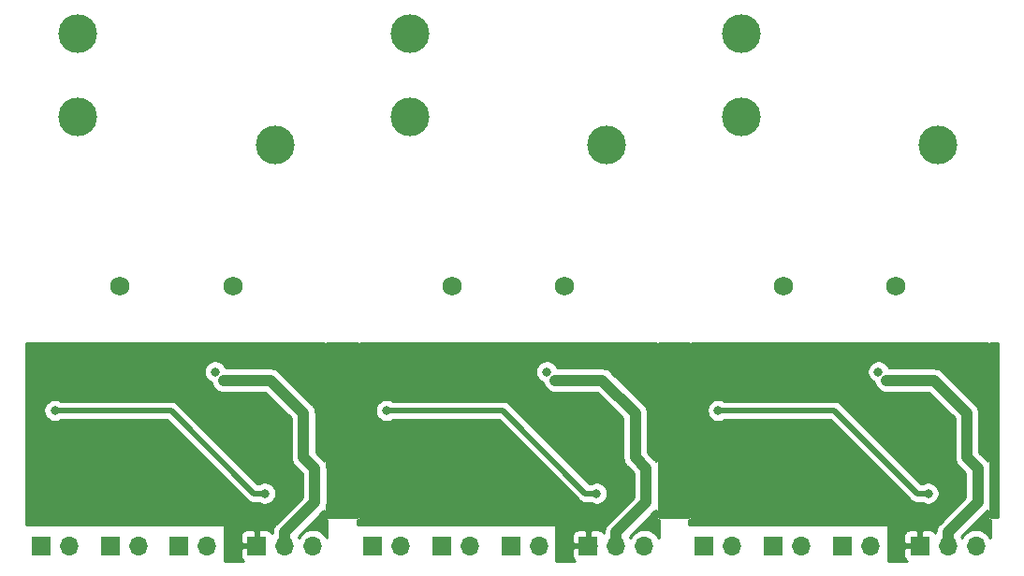
<source format=gbl>
G04 #@! TF.GenerationSoftware,KiCad,Pcbnew,(5.1.4)-1*
G04 #@! TF.CreationDate,2021-09-06T11:03:46-04:00*
G04 #@! TF.ProjectId,relay_array,72656c61-795f-4617-9272-61792e6b6963,rev?*
G04 #@! TF.SameCoordinates,Original*
G04 #@! TF.FileFunction,Copper,L2,Bot*
G04 #@! TF.FilePolarity,Positive*
%FSLAX46Y46*%
G04 Gerber Fmt 4.6, Leading zero omitted, Abs format (unit mm)*
G04 Created by KiCad (PCBNEW (5.1.4)-1) date 2021-09-06 11:03:46*
%MOMM*%
%LPD*%
G04 APERTURE LIST*
%ADD10C,1.750000*%
%ADD11C,3.500000*%
%ADD12O,1.700000X1.700000*%
%ADD13R,1.700000X1.700000*%
%ADD14C,0.800000*%
%ADD15C,0.500000*%
%ADD16C,1.000000*%
%ADD17C,0.250000*%
%ADD18C,0.254000*%
G04 APERTURE END LIST*
D10*
X211350000Y-112500000D03*
D11*
X215150000Y-99700000D03*
D10*
X201150000Y-112500000D03*
D11*
X197350000Y-97200000D03*
X197350000Y-89600000D03*
D10*
X181350000Y-112500000D03*
D11*
X185150000Y-99700000D03*
D10*
X171150000Y-112500000D03*
D11*
X167350000Y-97200000D03*
X167350000Y-89600000D03*
D12*
X218580000Y-136000000D03*
X216040000Y-136000000D03*
D13*
X213500000Y-136000000D03*
D12*
X209040000Y-136000000D03*
D13*
X206500000Y-136000000D03*
D12*
X202790000Y-136000000D03*
D13*
X200250000Y-136000000D03*
D12*
X196540000Y-136000000D03*
D13*
X194000000Y-136000000D03*
D12*
X188580000Y-136000000D03*
X186040000Y-136000000D03*
D13*
X183500000Y-136000000D03*
D12*
X179040000Y-136000000D03*
D13*
X176500000Y-136000000D03*
D12*
X172790000Y-136000000D03*
D13*
X170250000Y-136000000D03*
D12*
X166540000Y-136000000D03*
D13*
X164000000Y-136000000D03*
D12*
X158580000Y-136000000D03*
X156040000Y-136000000D03*
D13*
X153500000Y-136000000D03*
D12*
X149040000Y-136000000D03*
D13*
X146500000Y-136000000D03*
D12*
X142790000Y-136000000D03*
D13*
X140250000Y-136000000D03*
D12*
X136540000Y-136000000D03*
D13*
X134000000Y-136000000D03*
D10*
X151350000Y-112500000D03*
D11*
X155150000Y-99700000D03*
D10*
X141150000Y-112500000D03*
D11*
X137350000Y-97200000D03*
X137350000Y-89600000D03*
D14*
X150500000Y-124000000D03*
X154250000Y-129750000D03*
X156000000Y-132000000D03*
X157250000Y-131750000D03*
X153165000Y-123140000D03*
X144500000Y-122000000D03*
X152000000Y-125500000D03*
X149000000Y-122250000D03*
X137500000Y-122000000D03*
X143500000Y-122000000D03*
X138500000Y-122000000D03*
X138500000Y-125250000D03*
X144250000Y-125250000D03*
X159250000Y-126500000D03*
X156250000Y-126250000D03*
X159000000Y-118750000D03*
X152750000Y-118500000D03*
X154500000Y-119250000D03*
X151500000Y-119250000D03*
X147500000Y-118250000D03*
X146000000Y-119250000D03*
X157750000Y-118000000D03*
X149500000Y-129500000D03*
X149750000Y-133500000D03*
X142000000Y-119000000D03*
X138000000Y-119000000D03*
X133750000Y-119000000D03*
X180500000Y-124000000D03*
X184250000Y-129750000D03*
X186000000Y-132000000D03*
X187250000Y-131750000D03*
X183165000Y-123140000D03*
X174500000Y-122000000D03*
X182000000Y-125500000D03*
X179000000Y-122250000D03*
X167500000Y-122000000D03*
X173500000Y-122000000D03*
X168750000Y-122000000D03*
X168500000Y-125250000D03*
X174250000Y-125250000D03*
X189250000Y-126500000D03*
X186250000Y-126250000D03*
X189000000Y-118750000D03*
X182750000Y-118500000D03*
X184500000Y-119250000D03*
X181500000Y-119250000D03*
X177500000Y-118250000D03*
X176000000Y-119250000D03*
X187750000Y-118000000D03*
X179500000Y-129500000D03*
X179750000Y-133500000D03*
X172000000Y-119000000D03*
X168000000Y-119000000D03*
X163750000Y-119000000D03*
X210500000Y-124000000D03*
X214250000Y-129750000D03*
X216000000Y-132000000D03*
X217250000Y-131750000D03*
X213165000Y-123140000D03*
X204500000Y-122000000D03*
X212000000Y-125500000D03*
X209000000Y-122250000D03*
X197500000Y-122000000D03*
X203500000Y-122000000D03*
X198750000Y-122000000D03*
X198500000Y-125250000D03*
X204250000Y-125250000D03*
X219250000Y-126500000D03*
X216250000Y-126250000D03*
X219000000Y-118750000D03*
X212750000Y-118500000D03*
X214500000Y-119250000D03*
X211500000Y-119250000D03*
X207500000Y-118250000D03*
X206000000Y-119250000D03*
X217750000Y-118000000D03*
X209500000Y-129500000D03*
X209750000Y-133500000D03*
X202000000Y-119000000D03*
X198000000Y-119000000D03*
X193750000Y-119000000D03*
X154250000Y-131250000D03*
X135250000Y-123750000D03*
X150500000Y-121012500D03*
X149750000Y-120250000D03*
X180500000Y-121012500D03*
X179750000Y-120250000D03*
X210500000Y-121012500D03*
X209750000Y-120250000D03*
X184250000Y-131250000D03*
X165250000Y-123750000D03*
X214250000Y-131250000D03*
X195250000Y-123750000D03*
D15*
X153500000Y-136000000D02*
X154115998Y-136000000D01*
X183500000Y-136000000D02*
X184115998Y-136000000D01*
X213500000Y-136000000D02*
X214115998Y-136000000D01*
X145750000Y-123750000D02*
X135250000Y-123750000D01*
X154250000Y-131250000D02*
X153250000Y-131250000D01*
X153250000Y-131250000D02*
X145750000Y-123750000D01*
D16*
X156040000Y-134797919D02*
X158750000Y-132087919D01*
X156040000Y-136000000D02*
X156040000Y-134797919D01*
X158750000Y-132087919D02*
X158750000Y-129000000D01*
X158750000Y-129000000D02*
X157750000Y-128000000D01*
X157750000Y-128000000D02*
X157750000Y-124000000D01*
X157750000Y-124000000D02*
X154762500Y-121012500D01*
X154762500Y-121012500D02*
X150500000Y-121012500D01*
X186040000Y-134797919D02*
X188750000Y-132087919D01*
X186040000Y-136000000D02*
X186040000Y-134797919D01*
X188750000Y-132087919D02*
X188750000Y-129000000D01*
X188750000Y-129000000D02*
X187750000Y-128000000D01*
X187750000Y-128000000D02*
X187750000Y-124000000D01*
X187750000Y-124000000D02*
X184762500Y-121012500D01*
X184762500Y-121012500D02*
X180500000Y-121012500D01*
X216040000Y-134797919D02*
X218750000Y-132087919D01*
X216040000Y-136000000D02*
X216040000Y-134797919D01*
X218750000Y-132087919D02*
X218750000Y-129000000D01*
X218750000Y-129000000D02*
X217750000Y-128000000D01*
X217750000Y-128000000D02*
X217750000Y-124000000D01*
X217750000Y-124000000D02*
X214762500Y-121012500D01*
X214762500Y-121012500D02*
X210500000Y-121012500D01*
D15*
X175750000Y-123750000D02*
X165250000Y-123750000D01*
X184250000Y-131250000D02*
X183250000Y-131250000D01*
X183250000Y-131250000D02*
X175750000Y-123750000D01*
X205750000Y-123750000D02*
X195250000Y-123750000D01*
X214250000Y-131250000D02*
X213250000Y-131250000D01*
X213250000Y-131250000D02*
X205750000Y-123750000D01*
D17*
G36*
X159625000Y-128292843D02*
G01*
X159584572Y-128243582D01*
X159549344Y-128200656D01*
X159506416Y-128165426D01*
X158875000Y-127534011D01*
X158875000Y-124055261D01*
X158880443Y-123999999D01*
X158865763Y-123850954D01*
X158858722Y-123779462D01*
X158794393Y-123567398D01*
X158689929Y-123371960D01*
X158549344Y-123200656D01*
X158506416Y-123165426D01*
X155597078Y-120256089D01*
X155561844Y-120213156D01*
X155390540Y-120072571D01*
X155195102Y-119968107D01*
X154983038Y-119903778D01*
X154817764Y-119887500D01*
X154817761Y-119887500D01*
X154762500Y-119882057D01*
X154707239Y-119887500D01*
X150709300Y-119887500D01*
X150658344Y-119764480D01*
X150546170Y-119596600D01*
X150403400Y-119453830D01*
X150235520Y-119341656D01*
X150048982Y-119264390D01*
X149850954Y-119225000D01*
X149649046Y-119225000D01*
X149451018Y-119264390D01*
X149264480Y-119341656D01*
X149096600Y-119453830D01*
X148953830Y-119596600D01*
X148841656Y-119764480D01*
X148764390Y-119951018D01*
X148725000Y-120149046D01*
X148725000Y-120350954D01*
X148764390Y-120548982D01*
X148841656Y-120735520D01*
X148953830Y-120903400D01*
X149096600Y-121046170D01*
X149264480Y-121158344D01*
X149389001Y-121209922D01*
X149391278Y-121233038D01*
X149455607Y-121445102D01*
X149560071Y-121640540D01*
X149700656Y-121811844D01*
X149871960Y-121952429D01*
X150067398Y-122056893D01*
X150279462Y-122121222D01*
X150444736Y-122137500D01*
X154296511Y-122137500D01*
X156625001Y-124465991D01*
X156625000Y-127944738D01*
X156619557Y-128000000D01*
X156625000Y-128055261D01*
X156625000Y-128055263D01*
X156641278Y-128220537D01*
X156705607Y-128432601D01*
X156810071Y-128628040D01*
X156950656Y-128799344D01*
X156993589Y-128834578D01*
X157625001Y-129465990D01*
X157625000Y-131621929D01*
X155283585Y-133963345D01*
X155240657Y-133998575D01*
X155205428Y-134041502D01*
X155100072Y-134169879D01*
X154995607Y-134365318D01*
X154969194Y-134452392D01*
X154931278Y-134577381D01*
X154921048Y-134681250D01*
X154909557Y-134797919D01*
X154915000Y-134853180D01*
X154915000Y-134881193D01*
X154872183Y-134801089D01*
X154794080Y-134705920D01*
X154698911Y-134627817D01*
X154590334Y-134569781D01*
X154472521Y-134534043D01*
X154350000Y-134521976D01*
X153781250Y-134525000D01*
X153625000Y-134681250D01*
X153625000Y-135875000D01*
X153645000Y-135875000D01*
X153645000Y-136125000D01*
X153625000Y-136125000D01*
X153625000Y-136145000D01*
X153375000Y-136145000D01*
X153375000Y-136125000D01*
X152181250Y-136125000D01*
X152025000Y-136281250D01*
X152021976Y-136850000D01*
X152034043Y-136972521D01*
X152069781Y-137090334D01*
X152127817Y-137198911D01*
X152205920Y-137294080D01*
X152301089Y-137372183D01*
X152306359Y-137375000D01*
X150625000Y-137375000D01*
X150625000Y-135150000D01*
X152021976Y-135150000D01*
X152025000Y-135718750D01*
X152181250Y-135875000D01*
X153375000Y-135875000D01*
X153375000Y-134681250D01*
X153218750Y-134525000D01*
X152650000Y-134521976D01*
X152527479Y-134534043D01*
X152409666Y-134569781D01*
X152301089Y-134627817D01*
X152205920Y-134705920D01*
X152127817Y-134801089D01*
X152069781Y-134909666D01*
X152034043Y-135027479D01*
X152021976Y-135150000D01*
X150625000Y-135150000D01*
X150625000Y-134250000D01*
X150622598Y-134225614D01*
X150615485Y-134202165D01*
X150603934Y-134180554D01*
X150588388Y-134161612D01*
X150569446Y-134146066D01*
X150547835Y-134134515D01*
X150524386Y-134127402D01*
X150500000Y-134125000D01*
X132625000Y-134125000D01*
X132625000Y-123649046D01*
X134225000Y-123649046D01*
X134225000Y-123850954D01*
X134264390Y-124048982D01*
X134341656Y-124235520D01*
X134453830Y-124403400D01*
X134596600Y-124546170D01*
X134764480Y-124658344D01*
X134951018Y-124735610D01*
X135149046Y-124775000D01*
X135350954Y-124775000D01*
X135548982Y-124735610D01*
X135735520Y-124658344D01*
X135785423Y-124625000D01*
X145387564Y-124625000D01*
X152600888Y-131838325D01*
X152628288Y-131871712D01*
X152761524Y-131981056D01*
X152913532Y-132062305D01*
X153078470Y-132112339D01*
X153250000Y-132129233D01*
X153292979Y-132125000D01*
X153714577Y-132125000D01*
X153764480Y-132158344D01*
X153951018Y-132235610D01*
X154149046Y-132275000D01*
X154350954Y-132275000D01*
X154548982Y-132235610D01*
X154735520Y-132158344D01*
X154903400Y-132046170D01*
X155046170Y-131903400D01*
X155158344Y-131735520D01*
X155235610Y-131548982D01*
X155275000Y-131350954D01*
X155275000Y-131149046D01*
X155235610Y-130951018D01*
X155158344Y-130764480D01*
X155046170Y-130596600D01*
X154903400Y-130453830D01*
X154735520Y-130341656D01*
X154548982Y-130264390D01*
X154350954Y-130225000D01*
X154149046Y-130225000D01*
X153951018Y-130264390D01*
X153764480Y-130341656D01*
X153714577Y-130375000D01*
X153612437Y-130375000D01*
X146399117Y-123161681D01*
X146371712Y-123128288D01*
X146238476Y-123018944D01*
X146086468Y-122937695D01*
X145921530Y-122887661D01*
X145792979Y-122875000D01*
X145750000Y-122870767D01*
X145707021Y-122875000D01*
X135785423Y-122875000D01*
X135735520Y-122841656D01*
X135548982Y-122764390D01*
X135350954Y-122725000D01*
X135149046Y-122725000D01*
X134951018Y-122764390D01*
X134764480Y-122841656D01*
X134596600Y-122953830D01*
X134453830Y-123096600D01*
X134341656Y-123264480D01*
X134264390Y-123451018D01*
X134225000Y-123649046D01*
X132625000Y-123649046D01*
X132625000Y-117625000D01*
X159625000Y-117625000D01*
X159625000Y-128292843D01*
X159625000Y-128292843D01*
G37*
X159625000Y-128292843D02*
X159584572Y-128243582D01*
X159549344Y-128200656D01*
X159506416Y-128165426D01*
X158875000Y-127534011D01*
X158875000Y-124055261D01*
X158880443Y-123999999D01*
X158865763Y-123850954D01*
X158858722Y-123779462D01*
X158794393Y-123567398D01*
X158689929Y-123371960D01*
X158549344Y-123200656D01*
X158506416Y-123165426D01*
X155597078Y-120256089D01*
X155561844Y-120213156D01*
X155390540Y-120072571D01*
X155195102Y-119968107D01*
X154983038Y-119903778D01*
X154817764Y-119887500D01*
X154817761Y-119887500D01*
X154762500Y-119882057D01*
X154707239Y-119887500D01*
X150709300Y-119887500D01*
X150658344Y-119764480D01*
X150546170Y-119596600D01*
X150403400Y-119453830D01*
X150235520Y-119341656D01*
X150048982Y-119264390D01*
X149850954Y-119225000D01*
X149649046Y-119225000D01*
X149451018Y-119264390D01*
X149264480Y-119341656D01*
X149096600Y-119453830D01*
X148953830Y-119596600D01*
X148841656Y-119764480D01*
X148764390Y-119951018D01*
X148725000Y-120149046D01*
X148725000Y-120350954D01*
X148764390Y-120548982D01*
X148841656Y-120735520D01*
X148953830Y-120903400D01*
X149096600Y-121046170D01*
X149264480Y-121158344D01*
X149389001Y-121209922D01*
X149391278Y-121233038D01*
X149455607Y-121445102D01*
X149560071Y-121640540D01*
X149700656Y-121811844D01*
X149871960Y-121952429D01*
X150067398Y-122056893D01*
X150279462Y-122121222D01*
X150444736Y-122137500D01*
X154296511Y-122137500D01*
X156625001Y-124465991D01*
X156625000Y-127944738D01*
X156619557Y-128000000D01*
X156625000Y-128055261D01*
X156625000Y-128055263D01*
X156641278Y-128220537D01*
X156705607Y-128432601D01*
X156810071Y-128628040D01*
X156950656Y-128799344D01*
X156993589Y-128834578D01*
X157625001Y-129465990D01*
X157625000Y-131621929D01*
X155283585Y-133963345D01*
X155240657Y-133998575D01*
X155205428Y-134041502D01*
X155100072Y-134169879D01*
X154995607Y-134365318D01*
X154969194Y-134452392D01*
X154931278Y-134577381D01*
X154921048Y-134681250D01*
X154909557Y-134797919D01*
X154915000Y-134853180D01*
X154915000Y-134881193D01*
X154872183Y-134801089D01*
X154794080Y-134705920D01*
X154698911Y-134627817D01*
X154590334Y-134569781D01*
X154472521Y-134534043D01*
X154350000Y-134521976D01*
X153781250Y-134525000D01*
X153625000Y-134681250D01*
X153625000Y-135875000D01*
X153645000Y-135875000D01*
X153645000Y-136125000D01*
X153625000Y-136125000D01*
X153625000Y-136145000D01*
X153375000Y-136145000D01*
X153375000Y-136125000D01*
X152181250Y-136125000D01*
X152025000Y-136281250D01*
X152021976Y-136850000D01*
X152034043Y-136972521D01*
X152069781Y-137090334D01*
X152127817Y-137198911D01*
X152205920Y-137294080D01*
X152301089Y-137372183D01*
X152306359Y-137375000D01*
X150625000Y-137375000D01*
X150625000Y-135150000D01*
X152021976Y-135150000D01*
X152025000Y-135718750D01*
X152181250Y-135875000D01*
X153375000Y-135875000D01*
X153375000Y-134681250D01*
X153218750Y-134525000D01*
X152650000Y-134521976D01*
X152527479Y-134534043D01*
X152409666Y-134569781D01*
X152301089Y-134627817D01*
X152205920Y-134705920D01*
X152127817Y-134801089D01*
X152069781Y-134909666D01*
X152034043Y-135027479D01*
X152021976Y-135150000D01*
X150625000Y-135150000D01*
X150625000Y-134250000D01*
X150622598Y-134225614D01*
X150615485Y-134202165D01*
X150603934Y-134180554D01*
X150588388Y-134161612D01*
X150569446Y-134146066D01*
X150547835Y-134134515D01*
X150524386Y-134127402D01*
X150500000Y-134125000D01*
X132625000Y-134125000D01*
X132625000Y-123649046D01*
X134225000Y-123649046D01*
X134225000Y-123850954D01*
X134264390Y-124048982D01*
X134341656Y-124235520D01*
X134453830Y-124403400D01*
X134596600Y-124546170D01*
X134764480Y-124658344D01*
X134951018Y-124735610D01*
X135149046Y-124775000D01*
X135350954Y-124775000D01*
X135548982Y-124735610D01*
X135735520Y-124658344D01*
X135785423Y-124625000D01*
X145387564Y-124625000D01*
X152600888Y-131838325D01*
X152628288Y-131871712D01*
X152761524Y-131981056D01*
X152913532Y-132062305D01*
X153078470Y-132112339D01*
X153250000Y-132129233D01*
X153292979Y-132125000D01*
X153714577Y-132125000D01*
X153764480Y-132158344D01*
X153951018Y-132235610D01*
X154149046Y-132275000D01*
X154350954Y-132275000D01*
X154548982Y-132235610D01*
X154735520Y-132158344D01*
X154903400Y-132046170D01*
X155046170Y-131903400D01*
X155158344Y-131735520D01*
X155235610Y-131548982D01*
X155275000Y-131350954D01*
X155275000Y-131149046D01*
X155235610Y-130951018D01*
X155158344Y-130764480D01*
X155046170Y-130596600D01*
X154903400Y-130453830D01*
X154735520Y-130341656D01*
X154548982Y-130264390D01*
X154350954Y-130225000D01*
X154149046Y-130225000D01*
X153951018Y-130264390D01*
X153764480Y-130341656D01*
X153714577Y-130375000D01*
X153612437Y-130375000D01*
X146399117Y-123161681D01*
X146371712Y-123128288D01*
X146238476Y-123018944D01*
X146086468Y-122937695D01*
X145921530Y-122887661D01*
X145792979Y-122875000D01*
X145750000Y-122870767D01*
X145707021Y-122875000D01*
X135785423Y-122875000D01*
X135735520Y-122841656D01*
X135548982Y-122764390D01*
X135350954Y-122725000D01*
X135149046Y-122725000D01*
X134951018Y-122764390D01*
X134764480Y-122841656D01*
X134596600Y-122953830D01*
X134453830Y-123096600D01*
X134341656Y-123264480D01*
X134264390Y-123451018D01*
X134225000Y-123649046D01*
X132625000Y-123649046D01*
X132625000Y-117625000D01*
X159625000Y-117625000D01*
X159625000Y-128292843D01*
G36*
X159625000Y-133500000D02*
G01*
X159627402Y-133524386D01*
X159634515Y-133547835D01*
X159646066Y-133569446D01*
X159661612Y-133588388D01*
X159680554Y-133603934D01*
X159702165Y-133615485D01*
X159725614Y-133622598D01*
X159750000Y-133625000D01*
X159875000Y-133625000D01*
X159875000Y-135293777D01*
X159812351Y-135176569D01*
X159628028Y-134951972D01*
X159403431Y-134767649D01*
X159147189Y-134630685D01*
X158869150Y-134546343D01*
X158652452Y-134525000D01*
X158507548Y-134525000D01*
X158290850Y-134546343D01*
X158012811Y-134630685D01*
X157756569Y-134767649D01*
X157531972Y-134951972D01*
X157347649Y-135176569D01*
X157310000Y-135247005D01*
X157272351Y-135176569D01*
X157263331Y-135165578D01*
X159506416Y-132922493D01*
X159549344Y-132887263D01*
X159625000Y-132795076D01*
X159625000Y-133500000D01*
X159625000Y-133500000D01*
G37*
X159625000Y-133500000D02*
X159627402Y-133524386D01*
X159634515Y-133547835D01*
X159646066Y-133569446D01*
X159661612Y-133588388D01*
X159680554Y-133603934D01*
X159702165Y-133615485D01*
X159725614Y-133622598D01*
X159750000Y-133625000D01*
X159875000Y-133625000D01*
X159875000Y-135293777D01*
X159812351Y-135176569D01*
X159628028Y-134951972D01*
X159403431Y-134767649D01*
X159147189Y-134630685D01*
X158869150Y-134546343D01*
X158652452Y-134525000D01*
X158507548Y-134525000D01*
X158290850Y-134546343D01*
X158012811Y-134630685D01*
X157756569Y-134767649D01*
X157531972Y-134951972D01*
X157347649Y-135176569D01*
X157310000Y-135247005D01*
X157272351Y-135176569D01*
X157263331Y-135165578D01*
X159506416Y-132922493D01*
X159549344Y-132887263D01*
X159625000Y-132795076D01*
X159625000Y-133500000D01*
G36*
X189625000Y-128292843D02*
G01*
X189584572Y-128243582D01*
X189549344Y-128200656D01*
X189506416Y-128165426D01*
X188875000Y-127534011D01*
X188875000Y-124055261D01*
X188880443Y-123999999D01*
X188865763Y-123850954D01*
X188858722Y-123779462D01*
X188794393Y-123567398D01*
X188689929Y-123371960D01*
X188549344Y-123200656D01*
X188506416Y-123165426D01*
X185597078Y-120256089D01*
X185561844Y-120213156D01*
X185390540Y-120072571D01*
X185195102Y-119968107D01*
X184983038Y-119903778D01*
X184817764Y-119887500D01*
X184817761Y-119887500D01*
X184762500Y-119882057D01*
X184707239Y-119887500D01*
X180709300Y-119887500D01*
X180658344Y-119764480D01*
X180546170Y-119596600D01*
X180403400Y-119453830D01*
X180235520Y-119341656D01*
X180048982Y-119264390D01*
X179850954Y-119225000D01*
X179649046Y-119225000D01*
X179451018Y-119264390D01*
X179264480Y-119341656D01*
X179096600Y-119453830D01*
X178953830Y-119596600D01*
X178841656Y-119764480D01*
X178764390Y-119951018D01*
X178725000Y-120149046D01*
X178725000Y-120350954D01*
X178764390Y-120548982D01*
X178841656Y-120735520D01*
X178953830Y-120903400D01*
X179096600Y-121046170D01*
X179264480Y-121158344D01*
X179389001Y-121209922D01*
X179391278Y-121233038D01*
X179455607Y-121445102D01*
X179560071Y-121640540D01*
X179700656Y-121811844D01*
X179871960Y-121952429D01*
X180067398Y-122056893D01*
X180279462Y-122121222D01*
X180444736Y-122137500D01*
X184296511Y-122137500D01*
X186625001Y-124465991D01*
X186625000Y-127944738D01*
X186619557Y-128000000D01*
X186625000Y-128055261D01*
X186625000Y-128055263D01*
X186641278Y-128220537D01*
X186705607Y-128432601D01*
X186810071Y-128628040D01*
X186950656Y-128799344D01*
X186993589Y-128834578D01*
X187625001Y-129465990D01*
X187625000Y-131621929D01*
X185283585Y-133963345D01*
X185240657Y-133998575D01*
X185205428Y-134041502D01*
X185100072Y-134169879D01*
X184995607Y-134365318D01*
X184969194Y-134452392D01*
X184931278Y-134577381D01*
X184921048Y-134681250D01*
X184909557Y-134797919D01*
X184915000Y-134853180D01*
X184915000Y-134881193D01*
X184872183Y-134801089D01*
X184794080Y-134705920D01*
X184698911Y-134627817D01*
X184590334Y-134569781D01*
X184472521Y-134534043D01*
X184350000Y-134521976D01*
X183781250Y-134525000D01*
X183625000Y-134681250D01*
X183625000Y-135875000D01*
X183645000Y-135875000D01*
X183645000Y-136125000D01*
X183625000Y-136125000D01*
X183625000Y-136145000D01*
X183375000Y-136145000D01*
X183375000Y-136125000D01*
X182181250Y-136125000D01*
X182025000Y-136281250D01*
X182021976Y-136850000D01*
X182034043Y-136972521D01*
X182069781Y-137090334D01*
X182127817Y-137198911D01*
X182205920Y-137294080D01*
X182301089Y-137372183D01*
X182306359Y-137375000D01*
X180625000Y-137375000D01*
X180625000Y-135150000D01*
X182021976Y-135150000D01*
X182025000Y-135718750D01*
X182181250Y-135875000D01*
X183375000Y-135875000D01*
X183375000Y-134681250D01*
X183218750Y-134525000D01*
X182650000Y-134521976D01*
X182527479Y-134534043D01*
X182409666Y-134569781D01*
X182301089Y-134627817D01*
X182205920Y-134705920D01*
X182127817Y-134801089D01*
X182069781Y-134909666D01*
X182034043Y-135027479D01*
X182021976Y-135150000D01*
X180625000Y-135150000D01*
X180625000Y-134250000D01*
X180622598Y-134225614D01*
X180615485Y-134202165D01*
X180603934Y-134180554D01*
X180588388Y-134161612D01*
X180569446Y-134146066D01*
X180547835Y-134134515D01*
X180524386Y-134127402D01*
X180500000Y-134125000D01*
X162625000Y-134125000D01*
X162625000Y-133625000D01*
X162750000Y-133625000D01*
X162774386Y-133622598D01*
X162797835Y-133615485D01*
X162819446Y-133603934D01*
X162838388Y-133588388D01*
X162853934Y-133569446D01*
X162865485Y-133547835D01*
X162872598Y-133524386D01*
X162875000Y-133500000D01*
X162875000Y-123649046D01*
X164225000Y-123649046D01*
X164225000Y-123850954D01*
X164264390Y-124048982D01*
X164341656Y-124235520D01*
X164453830Y-124403400D01*
X164596600Y-124546170D01*
X164764480Y-124658344D01*
X164951018Y-124735610D01*
X165149046Y-124775000D01*
X165350954Y-124775000D01*
X165548982Y-124735610D01*
X165735520Y-124658344D01*
X165785423Y-124625000D01*
X175387564Y-124625000D01*
X182600888Y-131838325D01*
X182628288Y-131871712D01*
X182761524Y-131981056D01*
X182913532Y-132062305D01*
X183078470Y-132112339D01*
X183250000Y-132129233D01*
X183292979Y-132125000D01*
X183714577Y-132125000D01*
X183764480Y-132158344D01*
X183951018Y-132235610D01*
X184149046Y-132275000D01*
X184350954Y-132275000D01*
X184548982Y-132235610D01*
X184735520Y-132158344D01*
X184903400Y-132046170D01*
X185046170Y-131903400D01*
X185158344Y-131735520D01*
X185235610Y-131548982D01*
X185275000Y-131350954D01*
X185275000Y-131149046D01*
X185235610Y-130951018D01*
X185158344Y-130764480D01*
X185046170Y-130596600D01*
X184903400Y-130453830D01*
X184735520Y-130341656D01*
X184548982Y-130264390D01*
X184350954Y-130225000D01*
X184149046Y-130225000D01*
X183951018Y-130264390D01*
X183764480Y-130341656D01*
X183714577Y-130375000D01*
X183612437Y-130375000D01*
X176399117Y-123161681D01*
X176371712Y-123128288D01*
X176238476Y-123018944D01*
X176086468Y-122937695D01*
X175921530Y-122887661D01*
X175792979Y-122875000D01*
X175750000Y-122870767D01*
X175707021Y-122875000D01*
X165785423Y-122875000D01*
X165735520Y-122841656D01*
X165548982Y-122764390D01*
X165350954Y-122725000D01*
X165149046Y-122725000D01*
X164951018Y-122764390D01*
X164764480Y-122841656D01*
X164596600Y-122953830D01*
X164453830Y-123096600D01*
X164341656Y-123264480D01*
X164264390Y-123451018D01*
X164225000Y-123649046D01*
X162875000Y-123649046D01*
X162875000Y-117625000D01*
X189625000Y-117625000D01*
X189625000Y-128292843D01*
X189625000Y-128292843D01*
G37*
X189625000Y-128292843D02*
X189584572Y-128243582D01*
X189549344Y-128200656D01*
X189506416Y-128165426D01*
X188875000Y-127534011D01*
X188875000Y-124055261D01*
X188880443Y-123999999D01*
X188865763Y-123850954D01*
X188858722Y-123779462D01*
X188794393Y-123567398D01*
X188689929Y-123371960D01*
X188549344Y-123200656D01*
X188506416Y-123165426D01*
X185597078Y-120256089D01*
X185561844Y-120213156D01*
X185390540Y-120072571D01*
X185195102Y-119968107D01*
X184983038Y-119903778D01*
X184817764Y-119887500D01*
X184817761Y-119887500D01*
X184762500Y-119882057D01*
X184707239Y-119887500D01*
X180709300Y-119887500D01*
X180658344Y-119764480D01*
X180546170Y-119596600D01*
X180403400Y-119453830D01*
X180235520Y-119341656D01*
X180048982Y-119264390D01*
X179850954Y-119225000D01*
X179649046Y-119225000D01*
X179451018Y-119264390D01*
X179264480Y-119341656D01*
X179096600Y-119453830D01*
X178953830Y-119596600D01*
X178841656Y-119764480D01*
X178764390Y-119951018D01*
X178725000Y-120149046D01*
X178725000Y-120350954D01*
X178764390Y-120548982D01*
X178841656Y-120735520D01*
X178953830Y-120903400D01*
X179096600Y-121046170D01*
X179264480Y-121158344D01*
X179389001Y-121209922D01*
X179391278Y-121233038D01*
X179455607Y-121445102D01*
X179560071Y-121640540D01*
X179700656Y-121811844D01*
X179871960Y-121952429D01*
X180067398Y-122056893D01*
X180279462Y-122121222D01*
X180444736Y-122137500D01*
X184296511Y-122137500D01*
X186625001Y-124465991D01*
X186625000Y-127944738D01*
X186619557Y-128000000D01*
X186625000Y-128055261D01*
X186625000Y-128055263D01*
X186641278Y-128220537D01*
X186705607Y-128432601D01*
X186810071Y-128628040D01*
X186950656Y-128799344D01*
X186993589Y-128834578D01*
X187625001Y-129465990D01*
X187625000Y-131621929D01*
X185283585Y-133963345D01*
X185240657Y-133998575D01*
X185205428Y-134041502D01*
X185100072Y-134169879D01*
X184995607Y-134365318D01*
X184969194Y-134452392D01*
X184931278Y-134577381D01*
X184921048Y-134681250D01*
X184909557Y-134797919D01*
X184915000Y-134853180D01*
X184915000Y-134881193D01*
X184872183Y-134801089D01*
X184794080Y-134705920D01*
X184698911Y-134627817D01*
X184590334Y-134569781D01*
X184472521Y-134534043D01*
X184350000Y-134521976D01*
X183781250Y-134525000D01*
X183625000Y-134681250D01*
X183625000Y-135875000D01*
X183645000Y-135875000D01*
X183645000Y-136125000D01*
X183625000Y-136125000D01*
X183625000Y-136145000D01*
X183375000Y-136145000D01*
X183375000Y-136125000D01*
X182181250Y-136125000D01*
X182025000Y-136281250D01*
X182021976Y-136850000D01*
X182034043Y-136972521D01*
X182069781Y-137090334D01*
X182127817Y-137198911D01*
X182205920Y-137294080D01*
X182301089Y-137372183D01*
X182306359Y-137375000D01*
X180625000Y-137375000D01*
X180625000Y-135150000D01*
X182021976Y-135150000D01*
X182025000Y-135718750D01*
X182181250Y-135875000D01*
X183375000Y-135875000D01*
X183375000Y-134681250D01*
X183218750Y-134525000D01*
X182650000Y-134521976D01*
X182527479Y-134534043D01*
X182409666Y-134569781D01*
X182301089Y-134627817D01*
X182205920Y-134705920D01*
X182127817Y-134801089D01*
X182069781Y-134909666D01*
X182034043Y-135027479D01*
X182021976Y-135150000D01*
X180625000Y-135150000D01*
X180625000Y-134250000D01*
X180622598Y-134225614D01*
X180615485Y-134202165D01*
X180603934Y-134180554D01*
X180588388Y-134161612D01*
X180569446Y-134146066D01*
X180547835Y-134134515D01*
X180524386Y-134127402D01*
X180500000Y-134125000D01*
X162625000Y-134125000D01*
X162625000Y-133625000D01*
X162750000Y-133625000D01*
X162774386Y-133622598D01*
X162797835Y-133615485D01*
X162819446Y-133603934D01*
X162838388Y-133588388D01*
X162853934Y-133569446D01*
X162865485Y-133547835D01*
X162872598Y-133524386D01*
X162875000Y-133500000D01*
X162875000Y-123649046D01*
X164225000Y-123649046D01*
X164225000Y-123850954D01*
X164264390Y-124048982D01*
X164341656Y-124235520D01*
X164453830Y-124403400D01*
X164596600Y-124546170D01*
X164764480Y-124658344D01*
X164951018Y-124735610D01*
X165149046Y-124775000D01*
X165350954Y-124775000D01*
X165548982Y-124735610D01*
X165735520Y-124658344D01*
X165785423Y-124625000D01*
X175387564Y-124625000D01*
X182600888Y-131838325D01*
X182628288Y-131871712D01*
X182761524Y-131981056D01*
X182913532Y-132062305D01*
X183078470Y-132112339D01*
X183250000Y-132129233D01*
X183292979Y-132125000D01*
X183714577Y-132125000D01*
X183764480Y-132158344D01*
X183951018Y-132235610D01*
X184149046Y-132275000D01*
X184350954Y-132275000D01*
X184548982Y-132235610D01*
X184735520Y-132158344D01*
X184903400Y-132046170D01*
X185046170Y-131903400D01*
X185158344Y-131735520D01*
X185235610Y-131548982D01*
X185275000Y-131350954D01*
X185275000Y-131149046D01*
X185235610Y-130951018D01*
X185158344Y-130764480D01*
X185046170Y-130596600D01*
X184903400Y-130453830D01*
X184735520Y-130341656D01*
X184548982Y-130264390D01*
X184350954Y-130225000D01*
X184149046Y-130225000D01*
X183951018Y-130264390D01*
X183764480Y-130341656D01*
X183714577Y-130375000D01*
X183612437Y-130375000D01*
X176399117Y-123161681D01*
X176371712Y-123128288D01*
X176238476Y-123018944D01*
X176086468Y-122937695D01*
X175921530Y-122887661D01*
X175792979Y-122875000D01*
X175750000Y-122870767D01*
X175707021Y-122875000D01*
X165785423Y-122875000D01*
X165735520Y-122841656D01*
X165548982Y-122764390D01*
X165350954Y-122725000D01*
X165149046Y-122725000D01*
X164951018Y-122764390D01*
X164764480Y-122841656D01*
X164596600Y-122953830D01*
X164453830Y-123096600D01*
X164341656Y-123264480D01*
X164264390Y-123451018D01*
X164225000Y-123649046D01*
X162875000Y-123649046D01*
X162875000Y-117625000D01*
X189625000Y-117625000D01*
X189625000Y-128292843D01*
G36*
X189625000Y-133500000D02*
G01*
X189627402Y-133524386D01*
X189634515Y-133547835D01*
X189646066Y-133569446D01*
X189661612Y-133588388D01*
X189680554Y-133603934D01*
X189702165Y-133615485D01*
X189725614Y-133622598D01*
X189750000Y-133625000D01*
X189875000Y-133625000D01*
X189875000Y-135293777D01*
X189812351Y-135176569D01*
X189628028Y-134951972D01*
X189403431Y-134767649D01*
X189147189Y-134630685D01*
X188869150Y-134546343D01*
X188652452Y-134525000D01*
X188507548Y-134525000D01*
X188290850Y-134546343D01*
X188012811Y-134630685D01*
X187756569Y-134767649D01*
X187531972Y-134951972D01*
X187347649Y-135176569D01*
X187310000Y-135247005D01*
X187272351Y-135176569D01*
X187263331Y-135165578D01*
X189506416Y-132922493D01*
X189549344Y-132887263D01*
X189625000Y-132795076D01*
X189625000Y-133500000D01*
X189625000Y-133500000D01*
G37*
X189625000Y-133500000D02*
X189627402Y-133524386D01*
X189634515Y-133547835D01*
X189646066Y-133569446D01*
X189661612Y-133588388D01*
X189680554Y-133603934D01*
X189702165Y-133615485D01*
X189725614Y-133622598D01*
X189750000Y-133625000D01*
X189875000Y-133625000D01*
X189875000Y-135293777D01*
X189812351Y-135176569D01*
X189628028Y-134951972D01*
X189403431Y-134767649D01*
X189147189Y-134630685D01*
X188869150Y-134546343D01*
X188652452Y-134525000D01*
X188507548Y-134525000D01*
X188290850Y-134546343D01*
X188012811Y-134630685D01*
X187756569Y-134767649D01*
X187531972Y-134951972D01*
X187347649Y-135176569D01*
X187310000Y-135247005D01*
X187272351Y-135176569D01*
X187263331Y-135165578D01*
X189506416Y-132922493D01*
X189549344Y-132887263D01*
X189625000Y-132795076D01*
X189625000Y-133500000D01*
D18*
G36*
X192623000Y-133373000D02*
G01*
X189877000Y-133373000D01*
X189877000Y-132224897D01*
X189885000Y-132143671D01*
X189885000Y-132143670D01*
X189890491Y-132087919D01*
X189885000Y-132032167D01*
X189885000Y-129055752D01*
X189890491Y-129000000D01*
X189877000Y-128863022D01*
X189877000Y-117627000D01*
X192623000Y-117627000D01*
X192623000Y-133373000D01*
X192623000Y-133373000D01*
G37*
X192623000Y-133373000D02*
X189877000Y-133373000D01*
X189877000Y-132224897D01*
X189885000Y-132143671D01*
X189885000Y-132143670D01*
X189890491Y-132087919D01*
X189885000Y-132032167D01*
X189885000Y-129055752D01*
X189890491Y-129000000D01*
X189877000Y-128863022D01*
X189877000Y-117627000D01*
X192623000Y-117627000D01*
X192623000Y-133373000D01*
D17*
G36*
X219625000Y-128292843D02*
G01*
X219584572Y-128243582D01*
X219549344Y-128200656D01*
X219506416Y-128165426D01*
X218875000Y-127534011D01*
X218875000Y-124055261D01*
X218880443Y-123999999D01*
X218865763Y-123850954D01*
X218858722Y-123779462D01*
X218794393Y-123567398D01*
X218689929Y-123371960D01*
X218549344Y-123200656D01*
X218506416Y-123165426D01*
X215597078Y-120256089D01*
X215561844Y-120213156D01*
X215390540Y-120072571D01*
X215195102Y-119968107D01*
X214983038Y-119903778D01*
X214817764Y-119887500D01*
X214817761Y-119887500D01*
X214762500Y-119882057D01*
X214707239Y-119887500D01*
X210709300Y-119887500D01*
X210658344Y-119764480D01*
X210546170Y-119596600D01*
X210403400Y-119453830D01*
X210235520Y-119341656D01*
X210048982Y-119264390D01*
X209850954Y-119225000D01*
X209649046Y-119225000D01*
X209451018Y-119264390D01*
X209264480Y-119341656D01*
X209096600Y-119453830D01*
X208953830Y-119596600D01*
X208841656Y-119764480D01*
X208764390Y-119951018D01*
X208725000Y-120149046D01*
X208725000Y-120350954D01*
X208764390Y-120548982D01*
X208841656Y-120735520D01*
X208953830Y-120903400D01*
X209096600Y-121046170D01*
X209264480Y-121158344D01*
X209389001Y-121209922D01*
X209391278Y-121233038D01*
X209455607Y-121445102D01*
X209560071Y-121640540D01*
X209700656Y-121811844D01*
X209871960Y-121952429D01*
X210067398Y-122056893D01*
X210279462Y-122121222D01*
X210444736Y-122137500D01*
X214296511Y-122137500D01*
X216625001Y-124465991D01*
X216625000Y-127944738D01*
X216619557Y-128000000D01*
X216625000Y-128055261D01*
X216625000Y-128055263D01*
X216641278Y-128220537D01*
X216705607Y-128432601D01*
X216810071Y-128628040D01*
X216950656Y-128799344D01*
X216993589Y-128834578D01*
X217625001Y-129465990D01*
X217625000Y-131621929D01*
X215283585Y-133963345D01*
X215240657Y-133998575D01*
X215205428Y-134041502D01*
X215100072Y-134169879D01*
X214995607Y-134365318D01*
X214969194Y-134452392D01*
X214931278Y-134577381D01*
X214921048Y-134681250D01*
X214909557Y-134797919D01*
X214915000Y-134853180D01*
X214915000Y-134881193D01*
X214872183Y-134801089D01*
X214794080Y-134705920D01*
X214698911Y-134627817D01*
X214590334Y-134569781D01*
X214472521Y-134534043D01*
X214350000Y-134521976D01*
X213781250Y-134525000D01*
X213625000Y-134681250D01*
X213625000Y-135875000D01*
X213645000Y-135875000D01*
X213645000Y-136125000D01*
X213625000Y-136125000D01*
X213625000Y-136145000D01*
X213375000Y-136145000D01*
X213375000Y-136125000D01*
X212181250Y-136125000D01*
X212025000Y-136281250D01*
X212021976Y-136850000D01*
X212034043Y-136972521D01*
X212069781Y-137090334D01*
X212127817Y-137198911D01*
X212205920Y-137294080D01*
X212301089Y-137372183D01*
X212306359Y-137375000D01*
X210625000Y-137375000D01*
X210625000Y-135150000D01*
X212021976Y-135150000D01*
X212025000Y-135718750D01*
X212181250Y-135875000D01*
X213375000Y-135875000D01*
X213375000Y-134681250D01*
X213218750Y-134525000D01*
X212650000Y-134521976D01*
X212527479Y-134534043D01*
X212409666Y-134569781D01*
X212301089Y-134627817D01*
X212205920Y-134705920D01*
X212127817Y-134801089D01*
X212069781Y-134909666D01*
X212034043Y-135027479D01*
X212021976Y-135150000D01*
X210625000Y-135150000D01*
X210625000Y-134250000D01*
X210622598Y-134225614D01*
X210615485Y-134202165D01*
X210603934Y-134180554D01*
X210588388Y-134161612D01*
X210569446Y-134146066D01*
X210547835Y-134134515D01*
X210524386Y-134127402D01*
X210500000Y-134125000D01*
X192625000Y-134125000D01*
X192625000Y-133625000D01*
X192750000Y-133625000D01*
X192774386Y-133622598D01*
X192797835Y-133615485D01*
X192819446Y-133603934D01*
X192838388Y-133588388D01*
X192853934Y-133569446D01*
X192865485Y-133547835D01*
X192872598Y-133524386D01*
X192875000Y-133500000D01*
X192875000Y-123649046D01*
X194225000Y-123649046D01*
X194225000Y-123850954D01*
X194264390Y-124048982D01*
X194341656Y-124235520D01*
X194453830Y-124403400D01*
X194596600Y-124546170D01*
X194764480Y-124658344D01*
X194951018Y-124735610D01*
X195149046Y-124775000D01*
X195350954Y-124775000D01*
X195548982Y-124735610D01*
X195735520Y-124658344D01*
X195785423Y-124625000D01*
X205387564Y-124625000D01*
X212600888Y-131838325D01*
X212628288Y-131871712D01*
X212761524Y-131981056D01*
X212913532Y-132062305D01*
X213078470Y-132112339D01*
X213250000Y-132129233D01*
X213292979Y-132125000D01*
X213714577Y-132125000D01*
X213764480Y-132158344D01*
X213951018Y-132235610D01*
X214149046Y-132275000D01*
X214350954Y-132275000D01*
X214548982Y-132235610D01*
X214735520Y-132158344D01*
X214903400Y-132046170D01*
X215046170Y-131903400D01*
X215158344Y-131735520D01*
X215235610Y-131548982D01*
X215275000Y-131350954D01*
X215275000Y-131149046D01*
X215235610Y-130951018D01*
X215158344Y-130764480D01*
X215046170Y-130596600D01*
X214903400Y-130453830D01*
X214735520Y-130341656D01*
X214548982Y-130264390D01*
X214350954Y-130225000D01*
X214149046Y-130225000D01*
X213951018Y-130264390D01*
X213764480Y-130341656D01*
X213714577Y-130375000D01*
X213612437Y-130375000D01*
X206399117Y-123161681D01*
X206371712Y-123128288D01*
X206238476Y-123018944D01*
X206086468Y-122937695D01*
X205921530Y-122887661D01*
X205792979Y-122875000D01*
X205750000Y-122870767D01*
X205707021Y-122875000D01*
X195785423Y-122875000D01*
X195735520Y-122841656D01*
X195548982Y-122764390D01*
X195350954Y-122725000D01*
X195149046Y-122725000D01*
X194951018Y-122764390D01*
X194764480Y-122841656D01*
X194596600Y-122953830D01*
X194453830Y-123096600D01*
X194341656Y-123264480D01*
X194264390Y-123451018D01*
X194225000Y-123649046D01*
X192875000Y-123649046D01*
X192875000Y-117625000D01*
X219625000Y-117625000D01*
X219625000Y-128292843D01*
X219625000Y-128292843D01*
G37*
X219625000Y-128292843D02*
X219584572Y-128243582D01*
X219549344Y-128200656D01*
X219506416Y-128165426D01*
X218875000Y-127534011D01*
X218875000Y-124055261D01*
X218880443Y-123999999D01*
X218865763Y-123850954D01*
X218858722Y-123779462D01*
X218794393Y-123567398D01*
X218689929Y-123371960D01*
X218549344Y-123200656D01*
X218506416Y-123165426D01*
X215597078Y-120256089D01*
X215561844Y-120213156D01*
X215390540Y-120072571D01*
X215195102Y-119968107D01*
X214983038Y-119903778D01*
X214817764Y-119887500D01*
X214817761Y-119887500D01*
X214762500Y-119882057D01*
X214707239Y-119887500D01*
X210709300Y-119887500D01*
X210658344Y-119764480D01*
X210546170Y-119596600D01*
X210403400Y-119453830D01*
X210235520Y-119341656D01*
X210048982Y-119264390D01*
X209850954Y-119225000D01*
X209649046Y-119225000D01*
X209451018Y-119264390D01*
X209264480Y-119341656D01*
X209096600Y-119453830D01*
X208953830Y-119596600D01*
X208841656Y-119764480D01*
X208764390Y-119951018D01*
X208725000Y-120149046D01*
X208725000Y-120350954D01*
X208764390Y-120548982D01*
X208841656Y-120735520D01*
X208953830Y-120903400D01*
X209096600Y-121046170D01*
X209264480Y-121158344D01*
X209389001Y-121209922D01*
X209391278Y-121233038D01*
X209455607Y-121445102D01*
X209560071Y-121640540D01*
X209700656Y-121811844D01*
X209871960Y-121952429D01*
X210067398Y-122056893D01*
X210279462Y-122121222D01*
X210444736Y-122137500D01*
X214296511Y-122137500D01*
X216625001Y-124465991D01*
X216625000Y-127944738D01*
X216619557Y-128000000D01*
X216625000Y-128055261D01*
X216625000Y-128055263D01*
X216641278Y-128220537D01*
X216705607Y-128432601D01*
X216810071Y-128628040D01*
X216950656Y-128799344D01*
X216993589Y-128834578D01*
X217625001Y-129465990D01*
X217625000Y-131621929D01*
X215283585Y-133963345D01*
X215240657Y-133998575D01*
X215205428Y-134041502D01*
X215100072Y-134169879D01*
X214995607Y-134365318D01*
X214969194Y-134452392D01*
X214931278Y-134577381D01*
X214921048Y-134681250D01*
X214909557Y-134797919D01*
X214915000Y-134853180D01*
X214915000Y-134881193D01*
X214872183Y-134801089D01*
X214794080Y-134705920D01*
X214698911Y-134627817D01*
X214590334Y-134569781D01*
X214472521Y-134534043D01*
X214350000Y-134521976D01*
X213781250Y-134525000D01*
X213625000Y-134681250D01*
X213625000Y-135875000D01*
X213645000Y-135875000D01*
X213645000Y-136125000D01*
X213625000Y-136125000D01*
X213625000Y-136145000D01*
X213375000Y-136145000D01*
X213375000Y-136125000D01*
X212181250Y-136125000D01*
X212025000Y-136281250D01*
X212021976Y-136850000D01*
X212034043Y-136972521D01*
X212069781Y-137090334D01*
X212127817Y-137198911D01*
X212205920Y-137294080D01*
X212301089Y-137372183D01*
X212306359Y-137375000D01*
X210625000Y-137375000D01*
X210625000Y-135150000D01*
X212021976Y-135150000D01*
X212025000Y-135718750D01*
X212181250Y-135875000D01*
X213375000Y-135875000D01*
X213375000Y-134681250D01*
X213218750Y-134525000D01*
X212650000Y-134521976D01*
X212527479Y-134534043D01*
X212409666Y-134569781D01*
X212301089Y-134627817D01*
X212205920Y-134705920D01*
X212127817Y-134801089D01*
X212069781Y-134909666D01*
X212034043Y-135027479D01*
X212021976Y-135150000D01*
X210625000Y-135150000D01*
X210625000Y-134250000D01*
X210622598Y-134225614D01*
X210615485Y-134202165D01*
X210603934Y-134180554D01*
X210588388Y-134161612D01*
X210569446Y-134146066D01*
X210547835Y-134134515D01*
X210524386Y-134127402D01*
X210500000Y-134125000D01*
X192625000Y-134125000D01*
X192625000Y-133625000D01*
X192750000Y-133625000D01*
X192774386Y-133622598D01*
X192797835Y-133615485D01*
X192819446Y-133603934D01*
X192838388Y-133588388D01*
X192853934Y-133569446D01*
X192865485Y-133547835D01*
X192872598Y-133524386D01*
X192875000Y-133500000D01*
X192875000Y-123649046D01*
X194225000Y-123649046D01*
X194225000Y-123850954D01*
X194264390Y-124048982D01*
X194341656Y-124235520D01*
X194453830Y-124403400D01*
X194596600Y-124546170D01*
X194764480Y-124658344D01*
X194951018Y-124735610D01*
X195149046Y-124775000D01*
X195350954Y-124775000D01*
X195548982Y-124735610D01*
X195735520Y-124658344D01*
X195785423Y-124625000D01*
X205387564Y-124625000D01*
X212600888Y-131838325D01*
X212628288Y-131871712D01*
X212761524Y-131981056D01*
X212913532Y-132062305D01*
X213078470Y-132112339D01*
X213250000Y-132129233D01*
X213292979Y-132125000D01*
X213714577Y-132125000D01*
X213764480Y-132158344D01*
X213951018Y-132235610D01*
X214149046Y-132275000D01*
X214350954Y-132275000D01*
X214548982Y-132235610D01*
X214735520Y-132158344D01*
X214903400Y-132046170D01*
X215046170Y-131903400D01*
X215158344Y-131735520D01*
X215235610Y-131548982D01*
X215275000Y-131350954D01*
X215275000Y-131149046D01*
X215235610Y-130951018D01*
X215158344Y-130764480D01*
X215046170Y-130596600D01*
X214903400Y-130453830D01*
X214735520Y-130341656D01*
X214548982Y-130264390D01*
X214350954Y-130225000D01*
X214149046Y-130225000D01*
X213951018Y-130264390D01*
X213764480Y-130341656D01*
X213714577Y-130375000D01*
X213612437Y-130375000D01*
X206399117Y-123161681D01*
X206371712Y-123128288D01*
X206238476Y-123018944D01*
X206086468Y-122937695D01*
X205921530Y-122887661D01*
X205792979Y-122875000D01*
X205750000Y-122870767D01*
X205707021Y-122875000D01*
X195785423Y-122875000D01*
X195735520Y-122841656D01*
X195548982Y-122764390D01*
X195350954Y-122725000D01*
X195149046Y-122725000D01*
X194951018Y-122764390D01*
X194764480Y-122841656D01*
X194596600Y-122953830D01*
X194453830Y-123096600D01*
X194341656Y-123264480D01*
X194264390Y-123451018D01*
X194225000Y-123649046D01*
X192875000Y-123649046D01*
X192875000Y-117625000D01*
X219625000Y-117625000D01*
X219625000Y-128292843D01*
G36*
X219625000Y-133500000D02*
G01*
X219627402Y-133524386D01*
X219634515Y-133547835D01*
X219646066Y-133569446D01*
X219661612Y-133588388D01*
X219680554Y-133603934D01*
X219702165Y-133615485D01*
X219725614Y-133622598D01*
X219750000Y-133625000D01*
X219875000Y-133625000D01*
X219875000Y-135293777D01*
X219812351Y-135176569D01*
X219628028Y-134951972D01*
X219403431Y-134767649D01*
X219147189Y-134630685D01*
X218869150Y-134546343D01*
X218652452Y-134525000D01*
X218507548Y-134525000D01*
X218290850Y-134546343D01*
X218012811Y-134630685D01*
X217756569Y-134767649D01*
X217531972Y-134951972D01*
X217347649Y-135176569D01*
X217310000Y-135247005D01*
X217272351Y-135176569D01*
X217263331Y-135165578D01*
X219506416Y-132922493D01*
X219549344Y-132887263D01*
X219625000Y-132795076D01*
X219625000Y-133500000D01*
X219625000Y-133500000D01*
G37*
X219625000Y-133500000D02*
X219627402Y-133524386D01*
X219634515Y-133547835D01*
X219646066Y-133569446D01*
X219661612Y-133588388D01*
X219680554Y-133603934D01*
X219702165Y-133615485D01*
X219725614Y-133622598D01*
X219750000Y-133625000D01*
X219875000Y-133625000D01*
X219875000Y-135293777D01*
X219812351Y-135176569D01*
X219628028Y-134951972D01*
X219403431Y-134767649D01*
X219147189Y-134630685D01*
X218869150Y-134546343D01*
X218652452Y-134525000D01*
X218507548Y-134525000D01*
X218290850Y-134546343D01*
X218012811Y-134630685D01*
X217756569Y-134767649D01*
X217531972Y-134951972D01*
X217347649Y-135176569D01*
X217310000Y-135247005D01*
X217272351Y-135176569D01*
X217263331Y-135165578D01*
X219506416Y-132922493D01*
X219549344Y-132887263D01*
X219625000Y-132795076D01*
X219625000Y-133500000D01*
D18*
G36*
X220590000Y-133373000D02*
G01*
X219877000Y-133373000D01*
X219877000Y-132224897D01*
X219885000Y-132143671D01*
X219885000Y-132143670D01*
X219890491Y-132087919D01*
X219885000Y-132032167D01*
X219885000Y-129055752D01*
X219890491Y-129000000D01*
X219877000Y-128863022D01*
X219877000Y-117627000D01*
X220590000Y-117627000D01*
X220590000Y-133373000D01*
X220590000Y-133373000D01*
G37*
X220590000Y-133373000D02*
X219877000Y-133373000D01*
X219877000Y-132224897D01*
X219885000Y-132143671D01*
X219885000Y-132143670D01*
X219890491Y-132087919D01*
X219885000Y-132032167D01*
X219885000Y-129055752D01*
X219890491Y-129000000D01*
X219877000Y-128863022D01*
X219877000Y-117627000D01*
X220590000Y-117627000D01*
X220590000Y-133373000D01*
G36*
X162623000Y-133373000D02*
G01*
X159877000Y-133373000D01*
X159877000Y-132224897D01*
X159885000Y-132143671D01*
X159885000Y-132143670D01*
X159890491Y-132087919D01*
X159885000Y-132032167D01*
X159885000Y-129055752D01*
X159890491Y-129000000D01*
X159877000Y-128863022D01*
X159877000Y-117627000D01*
X162623000Y-117627000D01*
X162623000Y-133373000D01*
X162623000Y-133373000D01*
G37*
X162623000Y-133373000D02*
X159877000Y-133373000D01*
X159877000Y-132224897D01*
X159885000Y-132143671D01*
X159885000Y-132143670D01*
X159890491Y-132087919D01*
X159885000Y-132032167D01*
X159885000Y-129055752D01*
X159890491Y-129000000D01*
X159877000Y-128863022D01*
X159877000Y-117627000D01*
X162623000Y-117627000D01*
X162623000Y-133373000D01*
M02*

</source>
